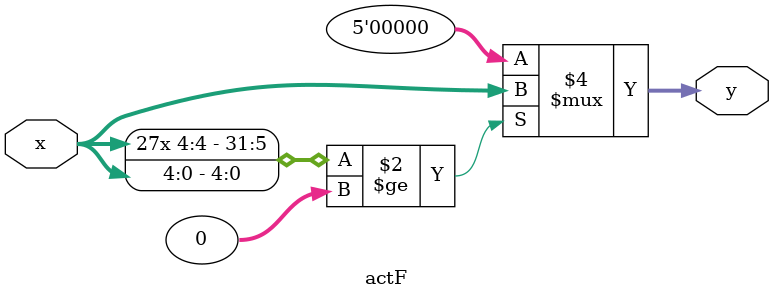
<source format=v>
`timescale 1ns / 1ps

module actF(y,x

    );
    output reg [4:0]y;
    input [4:0]x;
    
    
always @(*) 
begin
    if ($signed(x) >= $signed(0))
    y=x; 
    else 
    y=$signed(0);
    end
endmodule 

</source>
